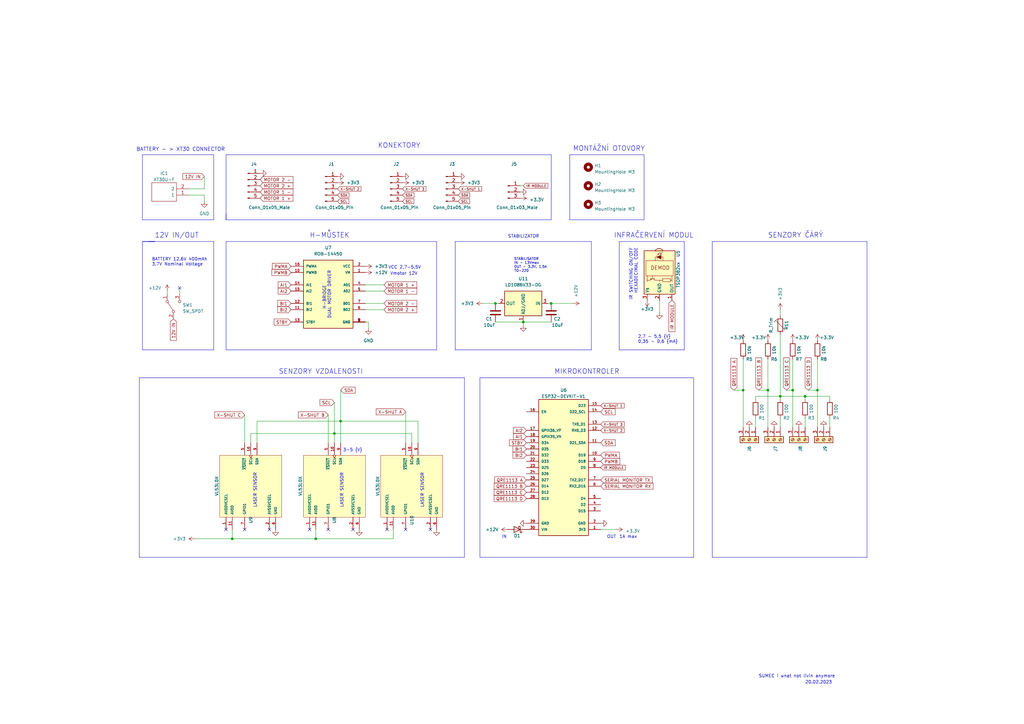
<source format=kicad_sch>
(kicad_sch (version 20230121) (generator eeschema)
  (paper "A3")
  (lib_symbols
    (symbol "+12V_1" (power) (pin_names (offset 0))
      (property "Value" "+12V_1" (at 0 3.556 0))
      (symbol "+12V_1_0_1"
        (polyline (pts (xy -0.762 1.27) (xy 0 2.54)))
        (polyline (pts (xy 0 0) (xy 0 2.54)))
        (polyline (pts (xy 0 2.54) (xy 0.762 1.27)))
      )
      (symbol "+12V_1_1_1"
        (pin power_in line (at 0 0 90) (length 0) hide (name "+12V") (number "1"))
      )
    )
    (symbol "+3V3_1" (power) (pin_names (offset 0))
      (property "Value" "+3V3_1" (at 0 3.556 0))
      (symbol "+3V3_1_0_1"
        (polyline (pts (xy -0.762 1.27) (xy 0 2.54)))
        (polyline (pts (xy 0 0) (xy 0 2.54)))
        (polyline (pts (xy 0 2.54) (xy 0.762 1.27)))
      )
      (symbol "+3V3_1_1_1"
        (pin power_in line (at 0 0 90) (length 0) hide (name "+3V3") (number "1"))
      )
    )
    (symbol "Connector:Conn_01x03_Male" (pin_names (offset 1.016) hide)
      (property "Reference" "J" (at 0 5.08 0))
      (property "Value" "Conn_01x03_Male" (at 0 -5.08 0))
      (symbol "Conn_01x03_Male_1_1"
        (polyline (pts (xy 1.27 -2.54) (xy 0.8636 -2.54)) (stroke (width 0.1524)))
        (polyline (pts (xy 1.27 0) (xy 0.8636 0)) (stroke (width 0.1524)))
        (polyline (pts (xy 1.27 2.54) (xy 0.8636 2.54)) (stroke (width 0.1524)))
        (rectangle (start 0.8636 -2.413) (end 0 -2.667) (stroke (width 0.1524)) (fill (type outline)))
        (rectangle (start 0.8636 0.127) (end 0 -0.127) (stroke (width 0.1524)) (fill (type outline)))
        (rectangle (start 0.8636 2.667) (end 0 2.413) (stroke (width 0.1524)) (fill (type outline)))
        (pin passive line (at 5.08 2.54 180) (length 3.81) (name "Pin_1") (number "1"))
        (pin passive line (at 5.08 0 180) (length 3.81) (name "Pin_2") (number "2"))
        (pin passive line (at 5.08 -2.54 180) (length 3.81) (name "Pin_3") (number "3"))
      )
    )
    (symbol "Connector:Conn_01x05_Male" (pin_names (offset 1.016) hide)
      (property "Reference" "J" (at 0 7.62 0))
      (property "Value" "Conn_01x05_Male" (at 0 -7.62 0))
      (symbol "Conn_01x05_Male_1_1"
        (polyline (pts (xy 1.27 -5.08) (xy 0.8636 -5.08)) (stroke (width 0.1524)))
        (polyline (pts (xy 1.27 -2.54) (xy 0.8636 -2.54)) (stroke (width 0.1524)))
        (polyline (pts (xy 1.27 0) (xy 0.8636 0)) (stroke (width 0.1524)))
        (polyline (pts (xy 1.27 2.54) (xy 0.8636 2.54)) (stroke (width 0.1524)))
        (polyline (pts (xy 1.27 5.08) (xy 0.8636 5.08)) (stroke (width 0.1524)))
        (rectangle (start 0.8636 -4.953) (end 0 -5.207) (stroke (width 0.1524)) (fill (type outline)))
        (rectangle (start 0.8636 -2.413) (end 0 -2.667) (stroke (width 0.1524)) (fill (type outline)))
        (rectangle (start 0.8636 0.127) (end 0 -0.127) (stroke (width 0.1524)) (fill (type outline)))
        (rectangle (start 0.8636 2.667) (end 0 2.413) (stroke (width 0.1524)) (fill (type outline)))
        (rectangle (start 0.8636 5.207) (end 0 4.953) (stroke (width 0.1524)) (fill (type outline)))
        (pin passive line (at 5.08 5.08 180) (length 3.81) (name "Pin_1") (number "1"))
        (pin passive line (at 5.08 2.54 180) (length 3.81) (name "Pin_2") (number "2"))
        (pin passive line (at 5.08 0 180) (length 3.81) (name "Pin_3") (number "3"))
        (pin passive line (at 5.08 -2.54 180) (length 3.81) (name "Pin_4") (number "4"))
        (pin passive line (at 5.08 -5.08 180) (length 3.81) (name "Pin_5") (number "5"))
      )
    )
    (symbol "Connector:Conn_01x05_Pin" (pin_names (offset 1.016) hide)
      (property "Reference" "J" (at 0 7.62 0))
      (property "Value" "Conn_01x05_Pin" (at 0 -7.62 0))
      (symbol "Conn_01x05_Pin_1_1"
        (polyline (pts (xy 1.27 -5.08) (xy 0.8636 -5.08)) (stroke (width 0.1524)))
        (polyline (pts (xy 1.27 -2.54) (xy 0.8636 -2.54)) (stroke (width 0.1524)))
        (polyline (pts (xy 1.27 0) (xy 0.8636 0)) (stroke (width 0.1524)))
        (polyline (pts (xy 1.27 2.54) (xy 0.8636 2.54)) (stroke (width 0.1524)))
        (polyline (pts (xy 1.27 5.08) (xy 0.8636 5.08)) (stroke (width 0.1524)))
        (rectangle (start 0.8636 -4.953) (end 0 -5.207) (stroke (width 0.1524)) (fill (type outline)))
        (rectangle (start 0.8636 -2.413) (end 0 -2.667) (stroke (width 0.1524)) (fill (type outline)))
        (rectangle (start 0.8636 0.127) (end 0 -0.127) (stroke (width 0.1524)) (fill (type outline)))
        (rectangle (start 0.8636 2.667) (end 0 2.413) (stroke (width 0.1524)) (fill (type outline)))
        (rectangle (start 0.8636 5.207) (end 0 4.953) (stroke (width 0.1524)) (fill (type outline)))
        (pin passive line (at 5.08 5.08 180) (length 3.81) (name "Pin_1") (number "1"))
        (pin passive line (at 5.08 2.54 180) (length 3.81) (name "Pin_2") (number "2"))
        (pin passive line (at 5.08 0 180) (length 3.81) (name "Pin_3") (number "3"))
        (pin passive line (at 5.08 -2.54 180) (length 3.81) (name "Pin_4") (number "4"))
        (pin passive line (at 5.08 -5.08 180) (length 3.81) (name "Pin_5") (number "5"))
      )
    )
    (symbol "Connector:Screw_Terminal_01x03" (pin_names (offset 1.016) hide)
      (property "Reference" "J" (at 0 5.08 0))
      (property "Value" "Screw_Terminal_01x03" (at 0 -5.08 0))
      (symbol "Screw_Terminal_01x03_1_1"
        (rectangle (start -1.27 3.81) (end 1.27 -3.81) (stroke (width 0.254)) (fill (type background)))
        (circle (center 0 -2.54) (radius 0.635) (stroke (width 0.1524)))
        (polyline (pts (xy -0.5334 -2.2098) (xy 0.3302 -3.048)) (stroke (width 0.1524)))
        (polyline (pts (xy -0.5334 0.3302) (xy 0.3302 -0.508)) (stroke (width 0.1524)))
        (polyline (pts (xy -0.5334 2.8702) (xy 0.3302 2.032)) (stroke (width 0.1524)))
        (polyline (pts (xy -0.3556 -2.032) (xy 0.508 -2.8702)) (stroke (width 0.1524)))
        (polyline (pts (xy -0.3556 0.508) (xy 0.508 -0.3302)) (stroke (width 0.1524)))
        (polyline (pts (xy -0.3556 3.048) (xy 0.508 2.2098)) (stroke (width 0.1524)))
        (circle (center 0 0) (radius 0.635) (stroke (width 0.1524)))
        (circle (center 0 2.54) (radius 0.635) (stroke (width 0.1524)))
        (pin passive line (at -5.08 2.54 0) (length 3.81) (name "Pin_1") (number "1"))
        (pin passive line (at -5.08 0 0) (length 3.81) (name "Pin_2") (number "2"))
        (pin passive line (at -5.08 -2.54 0) (length 3.81) (name "Pin_3") (number "3"))
      )
    )
    (symbol "Device:C" (pin_numbers hide) (pin_names (offset 0.254))
      (property "Reference" "C" (at 0.635 2.54 0))
      (property "Value" "C" (at 0.635 -2.54 0))
      (symbol "C_0_1"
        (polyline (pts (xy -2.032 -0.762) (xy 2.032 -0.762)) (stroke (width 0.508)))
        (polyline (pts (xy -2.032 0.762) (xy 2.032 0.762)) (stroke (width 0.508)))
      )
      (symbol "C_1_1"
        (pin passive line (at 0 3.81 270) (length 2.794) (name "~") (number "1"))
        (pin passive line (at 0 -3.81 90) (length 2.794) (name "~") (number "2"))
      )
    )
    (symbol "Device:D_Schottky" (pin_numbers hide) (pin_names (offset 1.016) hide)
      (property "Reference" "D" (at 0 2.54 0))
      (property "Value" "D_Schottky" (at 0 -2.54 0))
      (symbol "D_Schottky_0_1"
        (polyline (pts (xy 1.27 0) (xy -1.27 0)))
        (polyline (pts (xy 1.27 1.27) (xy 1.27 -1.27) (xy -1.27 0) (xy 1.27 1.27)) (stroke (width 0.254)))
        (polyline (pts (xy -1.905 0.635) (xy -1.905 1.27) (xy -1.27 1.27) (xy -1.27 -1.27) (xy -0.635 -1.27) (xy -0.635 -0.635)) (stroke (width 0.254)))
      )
      (symbol "D_Schottky_1_1"
        (pin passive line (at -3.81 0 0) (length 2.54) (name "K") (number "1"))
        (pin passive line (at 3.81 0 180) (length 2.54) (name "A") (number "2"))
      )
    )
    (symbol "Device:R" (pin_numbers hide) (pin_names (offset 0))
      (property "Reference" "R" (at 2.032 0 90))
      (property "Value" "R" (at 0 0 90))
      (symbol "R_0_1"
        (rectangle (start -1.016 -2.54) (end 1.016 2.54) (stroke (width 0.254)))
      )
      (symbol "R_1_1"
        (pin passive line (at 0 3.81 270) (length 1.27) (name "~") (number "1"))
        (pin passive line (at 0 -3.81 90) (length 1.27) (name "~") (number "2"))
      )
    )
    (symbol "Device:R_Trim" (pin_numbers hide) (pin_names (offset 0))
      (property "Reference" "R" (at 2.54 -2.54 90))
      (property "Value" "R_Trim" (at -2.54 -0.635 90))
      (symbol "R_Trim_0_1"
        (rectangle (start -1.016 -2.54) (end 1.016 2.54) (stroke (width 0.254)))
        (polyline (pts (xy -1.905 -1.905) (xy 1.905 1.905) (xy 2.54 1.27) (xy 1.27 2.54)))
      )
      (symbol "R_Trim_1_1"
        (pin passive line (at 0 3.81 270) (length 1.27) (name "~") (number "1"))
        (pin passive line (at 0 -3.81 90) (length 1.27) (name "~") (number "2"))
      )
    )
    (symbol "ESP32-DEVKIT-V1:ESP32-DEVKIT-V1" (pin_names (offset 1.016))
      (property "Reference" "U6" (at 0 31.75 0))
      (property "Value" "ESP32-DEVKIT-V1" (at 0 29.21 0))
      (symbol "ESP32-DEVKIT-V1_0_0"
        (rectangle (start -10.16 27.94) (end 10.16 -27.94) (stroke (width 0.254)) (fill (type background)))
        (pin output line (at 15.24 -25.4 180) (length 5.08) (name "3V3") (number "1"))
        (pin bidirectional line (at 15.24 5.08 180) (length 5.08) (name "D19") (number "10"))
        (pin bidirectional line (at 15.24 10.16 180) (length 5.08) (name "D21_SDA") (number "11"))
        (pin input line (at 15.24 15.24 180) (length 5.08) (name "RX0_D3") (number "12"))
        (pin output line (at 15.24 17.78 180) (length 5.08) (name "TX0_D1") (number "13"))
        (pin bidirectional line (at 15.24 22.86 180) (length 5.08) (name "D22_SCL") (number "14"))
        (pin bidirectional line (at 15.24 25.4 180) (length 5.08) (name "D23") (number "15"))
        (pin input line (at -15.24 22.86 0) (length 5.08) (name "EN") (number "16"))
        (pin bidirectional line (at -15.24 15.24 0) (length 5.08) (name "GPIX36_VP") (number "17"))
        (pin bidirectional line (at -15.24 12.7 0) (length 5.08) (name "GPIX39_VN") (number "18"))
        (pin bidirectional line (at -15.24 10.16 0) (length 5.08) (name "D34") (number "19"))
        (pin power_in line (at 15.24 -22.86 180) (length 5.08) (name "GND") (number "2"))
        (pin bidirectional line (at -15.24 7.62 0) (length 5.08) (name "D35") (number "20"))
        (pin bidirectional line (at -15.24 5.08 0) (length 5.08) (name "D32") (number "21"))
        (pin bidirectional line (at -15.24 2.54 0) (length 5.08) (name "D33") (number "22"))
        (pin bidirectional line (at -15.24 0 0) (length 5.08) (name "D25") (number "23"))
        (pin bidirectional line (at -15.24 -2.54 0) (length 5.08) (name "D26") (number "24"))
        (pin bidirectional line (at -15.24 -5.08 0) (length 5.08) (name "D27") (number "25"))
        (pin bidirectional line (at -15.24 -7.62 0) (length 5.08) (name "D14") (number "26"))
        (pin bidirectional line (at -15.24 -10.16 0) (length 5.08) (name "D12") (number "27"))
        (pin bidirectional line (at -15.24 -12.7 0) (length 5.08) (name "D13") (number "28"))
        (pin power_in line (at -15.24 -22.86 0) (length 5.08) (name "GND") (number "29"))
        (pin bidirectional line (at 15.24 -17.78 180) (length 5.08) (name "D15") (number "3"))
        (pin input line (at -15.24 -25.4 0) (length 5.08) (name "VIN") (number "30"))
        (pin bidirectional line (at 15.24 -15.24 180) (length 5.08) (name "D2") (number "4"))
        (pin bidirectional line (at 15.24 -12.7 180) (length 5.08) (name "D4") (number "5"))
        (pin input line (at 15.24 -7.62 180) (length 5.08) (name "RX2_D16") (number "6"))
        (pin output line (at 15.24 -5.08 180) (length 5.08) (name "TX2_D17") (number "7"))
        (pin bidirectional line (at 15.24 0 180) (length 5.08) (name "D5") (number "8"))
        (pin bidirectional line (at 15.24 2.54 180) (length 5.08) (name "D18") (number "9"))
      )
    )
    (symbol "GND_1" (power) (pin_names (offset 0))
      (property "Value" "GND_1" (at 0 -3.81 0))
      (symbol "GND_1_0_1"
        (polyline (pts (xy 0 0) (xy 0 -1.27) (xy 1.27 -1.27) (xy 0 -2.54) (xy -1.27 -1.27) (xy 0 -1.27)))
      )
      (symbol "GND_1_1_1"
        (pin power_in line (at 0 0 270) (length 0) hide (name "GND") (number "1"))
      )
    )
    (symbol "Interface_Optical:TSOP382xx"
      (property "Reference" "U5" (at -7.62 7.62 0))
      (property "Value" "TSOP382xx" (at 5.08 7.62 0))
      (symbol "TSOP382xx_0_0"
        (arc (start -10.287 1.397) (mid -11.0899 -0.1852) (end -10.287 -1.778) (stroke (width 0.254)) (fill (type background)))
        (polyline (pts (xy 1.905 -5.08) (xy 0.127 -5.08)))
        (polyline (pts (xy 1.905 5.08) (xy 0.127 5.08)))
        (text "DEMOD" (at -3.175 0.254 900) (effects (font (size 1.524 1.524))))
      )
      (symbol "TSOP382xx_0_1"
        (rectangle (start -6.096 5.588) (end 0.127 -5.588))
        (polyline (pts (xy -8.763 0.381) (xy -9.652 1.27)))
        (polyline (pts (xy -8.763 0.381) (xy -9.271 0.381)))
        (polyline (pts (xy -8.763 0.381) (xy -8.763 0.889)))
        (polyline (pts (xy -8.636 -0.635) (xy -9.525 0.254)))
        (polyline (pts (xy -8.636 -0.635) (xy -9.144 -0.635)))
        (polyline (pts (xy -8.636 -0.635) (xy -8.636 -0.127)))
        (polyline (pts (xy -8.382 -1.016) (xy -6.731 -1.016)))
        (polyline (pts (xy 1.27 -2.921) (xy 0.127 -2.921)))
        (polyline (pts (xy 1.27 -1.905) (xy 1.27 -3.81)))
        (polyline (pts (xy 1.397 -3.556) (xy 1.524 -3.556)))
        (polyline (pts (xy 1.651 -3.556) (xy 1.524 -3.556)))
        (polyline (pts (xy 1.651 -3.556) (xy 1.651 -3.302)))
        (polyline (pts (xy 1.905 0) (xy 1.905 1.27)))
        (polyline (pts (xy 1.905 4.445) (xy 1.905 5.08) (xy 2.54 5.08)))
        (polyline (pts (xy -8.382 0.635) (xy -6.731 0.635) (xy -7.62 -1.016) (xy -8.382 0.635)) (fill (type outline)))
        (polyline (pts (xy -6.096 1.397) (xy -7.62 1.397) (xy -7.62 -1.778) (xy -6.096 -1.778)))
        (polyline (pts (xy 1.27 -3.175) (xy 1.905 -3.81) (xy 1.905 -5.08) (xy 2.54 -5.08)))
        (polyline (pts (xy 1.27 -2.54) (xy 1.905 -1.905) (xy 1.905 0) (xy 2.54 0)))
        (rectangle (start 2.54 1.27) (end 1.27 4.445))
        (rectangle (start 7.62 6.35) (end -10.16 -6.35) (stroke (width 0.254)) (fill (type background)))
      )
      (symbol "TSOP382xx_1_1"
        (pin output line (at 10.16 5.08 180) (length 2.54) (name "OUT") (number "1"))
        (pin power_in line (at 10.16 0 180) (length 2.54) (name "GND") (number "2"))
        (pin power_in line (at 10.16 -5.08 180) (length 2.54) (name "Vs") (number "3"))
      )
    )
    (symbol "Mechanical:MountingHole" (pin_names (offset 1.016))
      (property "Reference" "H" (at 0 5.08 0))
      (property "Value" "MountingHole" (at 0 3.175 0))
      (symbol "MountingHole_0_1"
        (circle (center 0 0) (radius 1.27) (stroke (width 1.27)))
      )
    )
    (symbol "ROB-14450:ROB-14450" (pin_names (offset 1.016))
      (property "Reference" "U" (at -10.16 16.002 0))
      (property "Value" "ROB-14450" (at -10.16 -15.24 0))
      (symbol "ROB-14450_0_0"
        (rectangle (start -10.16 -12.7) (end 10.16 15.24) (stroke (width 0.254)) (fill (type background)))
        (pin power_in line (at 15.24 10.16 180) (length 5.08) (name "VM") (number "1"))
        (pin input line (at -15.24 10.16 0) (length 5.08) (name "PWMB") (number "10"))
        (pin input line (at -15.24 -5.08 0) (length 5.08) (name "BI2") (number "11"))
        (pin input line (at -15.24 -2.54 0) (length 5.08) (name "BI1") (number "12"))
        (pin input line (at -15.24 -10.16 0) (length 5.08) (name "STBY") (number "13"))
        (pin input line (at -15.24 5.08 0) (length 5.08) (name "AI1") (number "14"))
        (pin input line (at -15.24 2.54 0) (length 5.08) (name "AI2") (number "15"))
        (pin input line (at -15.24 12.7 0) (length 5.08) (name "PWMA") (number "16"))
        (pin power_in line (at 15.24 12.7 180) (length 5.08) (name "VCC") (number "2"))
        (pin power_in line (at 15.24 -10.16 180) (length 5.08) (name "GND") (number "3"))
        (pin output line (at 15.24 5.08 180) (length 5.08) (name "A01") (number "4"))
        (pin output line (at 15.24 2.54 180) (length 5.08) (name "A02") (number "5"))
        (pin output line (at 15.24 -5.08 180) (length 5.08) (name "B02") (number "6"))
        (pin output line (at 15.24 -2.54 180) (length 5.08) (name "B01") (number "7"))
        (pin power_in line (at 15.24 -10.16 180) (length 5.08) (name "GND") (number "8"))
        (pin power_in line (at 15.24 -10.16 180) (length 5.08) (name "GND") (number "9"))
      )
    )
    (symbol "Regulator_Linear:LD1086V33-DG"
      (property "Reference" "U" (at 0 10.16 0))
      (property "Value" "LD1086V33-DG" (at 0 7.62 0))
      (symbol "LD1086V33-DG_1_1"
        (rectangle (start -7.62 -5.08) (end 7.62 5.08) (stroke (width 0.254)) (fill (type background)))
        (pin input line (at 0 -7.62 90) (length 2.54) (name "ADJ/GND") (number "1"))
        (pin power_out line (at 10.16 0 180) (length 2.54) (name "OUT") (number "2"))
        (pin power_in line (at -10.16 0 0) (length 2.54) (name "IN") (number "3"))
      )
    )
    (symbol "SamacSys_Parts:XT30U-M" (pin_names (offset 0.762))
      (property "Reference" "IC" (at 16.51 7.62 0))
      (property "Value" "XT30U-M" (at 16.51 5.08 0))
      (symbol "XT30U-M_0_0"
        (pin passive line (at 0 0 0) (length 5.08) (name "1") (number "1"))
        (pin passive line (at 0 -2.54 0) (length 5.08) (name "2") (number "2"))
      )
      (symbol "XT30U-M_0_1"
        (polyline (pts (xy 5.08 2.54) (xy 15.24 2.54) (xy 15.24 -5.08) (xy 5.08 -5.08) (xy 5.08 2.54)) (stroke (width 0.1524)))
      )
    )
    (symbol "Switch:SW_SPDT" (pin_names (offset 0) hide)
      (property "Reference" "SW" (at 0 4.318 0))
      (property "Value" "SW_SPDT" (at 0 -5.08 0))
      (symbol "SW_SPDT_0_0"
        (circle (center -2.032 0) (radius 0.508))
        (circle (center 2.032 -2.54) (radius 0.508))
      )
      (symbol "SW_SPDT_0_1"
        (polyline (pts (xy -1.524 0.254) (xy 1.651 2.286)))
        (circle (center 2.032 2.54) (radius 0.508))
      )
      (symbol "SW_SPDT_1_1"
        (pin passive line (at 5.08 2.54 180) (length 2.54) (name "A") (number "1"))
        (pin passive line (at -5.08 0 0) (length 2.54) (name "B") (number "2"))
        (pin passive line (at 5.08 -2.54 180) (length 2.54) (name "C") (number "3"))
      )
    )
    (symbol "VL53L0X_1" (pin_names (offset 1.016))
      (property "Reference" "U10" (at 13.97 0 0))
      (property "Value" "VL53L0X" (at 16.51 0 0))
      (symbol "VL53L0X_1_0_0"
        (rectangle (start -12.7 12.7) (end 12.7 -12.7) (stroke (width 0.127)) (fill (type background)))
        (pin power_in line (at 17.78 10.16 180) (length 5.08) (name "AVDDVCSEL") (number "1"))
        (pin input clock (at -17.78 0 0) (length 5.08) (name "SCL") (number "10"))
        (pin power_in line (at 17.78 7.62 180) (length 5.08) (name "AVDD") (number "11"))
        (pin power_in line (at 17.78 -7.62 180) (length 5.08) (name "AVSSVCSEL") (number "2"))
        (pin input line (at -17.78 2.54 0) (length 5.08) (name "~{XSHUT}") (number "5"))
        (pin power_in line (at 17.78 -10.16 180) (length 5.08) (name "GND") (number "6"))
        (pin output line (at 17.78 2.54 180) (length 5.08) (name "GPIO1") (number "7"))
        (pin bidirectional line (at -17.78 -2.54 0) (length 5.08) (name "SDA") (number "9"))
      )
    )
    (symbol "power:+12V" (power) (pin_names (offset 0))
      (property "Value" "+12V" (at 0 3.556 0))
      (symbol "+12V_0_1"
        (polyline (pts (xy -0.762 1.27) (xy 0 2.54)))
        (polyline (pts (xy 0 0) (xy 0 2.54)))
        (polyline (pts (xy 0 2.54) (xy 0.762 1.27)))
      )
      (symbol "+12V_1_1"
        (pin power_in line (at 0 0 90) (length 0) hide (name "+12V") (number "1"))
      )
    )
    (symbol "power:+3.3V" (power) (pin_names (offset 0))
      (property "Value" "+3.3V" (at 0 3.556 0))
      (symbol "+3.3V_0_1"
        (polyline (pts (xy -0.762 1.27) (xy 0 2.54)))
        (polyline (pts (xy 0 0) (xy 0 2.54)))
        (polyline (pts (xy 0 2.54) (xy 0.762 1.27)))
      )
      (symbol "+3.3V_1_1"
        (pin power_in line (at 0 0 90) (length 0) hide (name "+3.3V") (number "1"))
      )
    )
    (symbol "power:+3V3" (power) (pin_names (offset 0))
      (property "Value" "+3V3" (at 0 3.556 0))
      (symbol "+3V3_0_1"
        (polyline (pts (xy -0.762 1.27) (xy 0 2.54)))
        (polyline (pts (xy 0 0) (xy 0 2.54)))
        (polyline (pts (xy 0 2.54) (xy 0.762 1.27)))
      )
      (symbol "+3V3_1_1"
        (pin power_in line (at 0 0 90) (length 0) hide (name "+3V3") (number "1"))
      )
    )
    (symbol "power:GND" (power) (pin_names (offset 0))
      (property "Value" "GND" (at 0 -3.81 0))
      (symbol "GND_0_1"
        (polyline (pts (xy 0 0) (xy 0 -1.27) (xy 1.27 -1.27) (xy 0 -2.54) (xy -1.27 -1.27) (xy 0 -1.27)))
      )
      (symbol "GND_1_1"
        (pin power_in line (at 0 0 270) (length 0) hide (name "GND") (number "1"))
      )
    )
  )
  (junction (at 304.8 160.02))
  (junction (at 214.63 132.08))
  (junction (at 139.7 172.72))
  (junction (at 137.16 177.8))
  (junction (at 203.2 124.46))
  (junction (at 226.06 124.46))
  (junction (at 320.04 162.56))
  (junction (at 330.2 162.56))
  (junction (at 335.28 160.02))
  (junction (at 129.54 220.98))
  (junction (at 95.25 220.98))
  (junction (at 325.12 160.02))
  (junction (at 314.96 160.02))
  (no_connect (at 92.71 217.17))
  (no_connect (at 100.33 217.17))
  (no_connect (at 110.49 217.17))
  (no_connect (at 144.78 217.17))
  (no_connect (at 134.62 217.17))
  (no_connect (at 127 217.17))
  (no_connect (at 176.53 217.17))
  (no_connect (at 166.37 217.17))
  (no_connect (at 73.66 118.11))
  (no_connect (at 158.75 217.17))
  (polyline (pts (xy 347.98 228.6) (xy 355.6 228.6)))
  (wire (pts (xy 330.2 162.56) (xy 340.36 162.56)))
  (wire (pts (xy 105.41 172.72) (xy 105.41 181.61)))
  (wire (pts (xy 83.82 72.39) (xy 83.82 77.47)))
  (polyline (pts (xy 92.71 63.5) (xy 226.06 63.5)))
  (polyline (pts (xy 196.85 154.94) (xy 284.48 154.94)))
  (wire (pts (xy 309.88 171.45) (xy 309.88 175.26)))
  (polyline (pts (xy 242.57 99.06) (xy 186.69 99.06)))
  (wire (pts (xy 252.73 217.17) (xy 246.38 217.17)))
  (polyline (pts (xy 60.96 99.06) (xy 87.63 99.06)))
  (wire (pts (xy 171.45 172.72) (xy 139.7 172.72)))
  (polyline (pts (xy 254 99.06) (xy 280.67 99.06)))
  (polyline (pts (xy 242.57 135.89) (xy 242.57 143.51)))
  (polyline (pts (xy 346.71 228.6) (xy 347.98 228.6)))
  (wire (pts (xy 198.12 124.46) (xy 203.2 124.46)))
  (wire (pts (xy 226.06 124.46) (xy 234.95 124.46)))
  (wire (pts (xy 102.87 177.8) (xy 102.87 181.61)))
  (polyline (pts (xy 233.68 63.5) (xy 264.16 63.5)))
  (polyline (pts (xy 92.71 87.63) (xy 92.71 90.17)))
  (polyline (pts (xy 280.67 143.51) (xy 254 143.51)))
  (wire (pts (xy 157.48 124.46) (xy 149.86 124.46)))
  (polyline (pts (xy 58.42 143.51) (xy 58.42 99.06)))
  (polyline (pts (xy 292.1 99.06) (xy 355.6 99.06)))
  (wire (pts (xy 161.29 217.17) (xy 161.29 220.98)))
  (wire (pts (xy 166.37 168.91) (xy 166.37 181.61)))
  (wire (pts (xy 320.04 137.16) (xy 320.04 162.56)))
  (wire (pts (xy 335.28 147.32) (xy 335.28 160.02)))
  (wire (pts (xy 68.58 119.38) (xy 68.58 120.65)))
  (polyline (pts (xy 58.42 63.5) (xy 87.63 63.5)))
  (wire (pts (xy 134.62 170.18) (xy 134.62 181.61)))
  (wire (pts (xy 322.58 160.02) (xy 325.12 160.02)))
  (wire (pts (xy 139.7 172.72) (xy 105.41 172.72)))
  (polyline (pts (xy 57.15 154.94) (xy 190.5 154.94)))
  (wire (pts (xy 168.91 177.8) (xy 137.16 177.8)))
  (polyline (pts (xy 87.63 90.17) (xy 87.63 63.5)))
  (wire (pts (xy 325.12 147.32) (xy 325.12 160.02)))
  (wire (pts (xy 157.48 127) (xy 149.86 127)))
  (polyline (pts (xy 186.69 143.51) (xy 242.57 143.51)))
  (polyline (pts (xy 186.69 99.06) (xy 186.69 143.51)))
  (wire (pts (xy 129.54 220.98) (xy 161.29 220.98)))
  (polyline (pts (xy 179.07 99.06) (xy 179.07 143.51)))
  (polyline (pts (xy 355.6 99.06) (xy 355.6 228.6)))
  (wire (pts (xy 100.33 170.18) (xy 100.33 181.61)))
  (wire (pts (xy 137.16 177.8) (xy 102.87 177.8)))
  (polyline (pts (xy 233.68 90.17) (xy 233.68 63.5)))
  (polyline (pts (xy 284.48 228.6) (xy 196.85 228.6)))
  (wire (pts (xy 304.8 160.02) (xy 304.8 175.26)))
  (wire (pts (xy 83.82 80.01) (xy 83.82 82.55)))
  (wire (pts (xy 151.13 132.08) (xy 149.86 132.08)))
  (polyline (pts (xy 57.15 228.6) (xy 190.5 228.6)))
  (wire (pts (xy 335.28 160.02) (xy 335.28 175.26)))
  (wire (pts (xy 270.51 123.19) (xy 270.51 128.27)))
  (polyline (pts (xy 87.63 99.06) (xy 87.63 143.51)))
  (wire (pts (xy 300.99 160.02) (xy 304.8 160.02)))
  (polyline (pts (xy 179.07 99.06) (xy 92.71 99.06)))
  (polyline (pts (xy 242.57 135.89) (xy 242.57 99.06)))
  (polyline (pts (xy 58.42 63.5) (xy 58.42 90.17)))
  (wire (pts (xy 80.01 220.98) (xy 95.25 220.98)))
  (wire (pts (xy 77.47 80.01) (xy 83.82 80.01)))
  (polyline (pts (xy 57.15 228.6) (xy 57.15 154.94)))
  (wire (pts (xy 320.04 162.56) (xy 330.2 162.56)))
  (wire (pts (xy 137.16 181.61) (xy 137.16 177.8)))
  (wire (pts (xy 309.88 162.56) (xy 309.88 163.83)))
  (wire (pts (xy 304.8 147.32) (xy 304.8 160.02)))
  (polyline (pts (xy 233.68 90.17) (xy 264.16 90.17)))
  (wire (pts (xy 137.16 165.1) (xy 137.16 177.8)))
  (polyline (pts (xy 190.5 154.94) (xy 190.5 228.6)))
  (polyline (pts (xy 63.5 99.06) (xy 58.42 99.06)))
  (polyline (pts (xy 284.48 154.94) (xy 284.48 228.6)))
  (polyline (pts (xy 280.67 99.06) (xy 280.67 143.51)))
  (wire (pts (xy 311.15 160.02) (xy 314.96 160.02)))
  (wire (pts (xy 340.36 171.45) (xy 340.36 175.26)))
  (polyline (pts (xy 346.71 228.6) (xy 292.1 228.6)))
  (polyline (pts (xy 58.42 90.17) (xy 87.63 90.17)))
  (polyline (pts (xy 264.16 63.5) (xy 264.16 90.17)))
  (polyline (pts (xy 87.63 143.51) (xy 58.42 143.51)))
  (polyline (pts (xy 226.06 90.17) (xy 92.71 90.17)))
  (wire (pts (xy 95.25 220.98) (xy 129.54 220.98)))
  (wire (pts (xy 325.12 160.02) (xy 325.12 175.26)))
  (polyline (pts (xy 92.71 90.17) (xy 92.71 63.5)))
  (wire (pts (xy 330.2 171.45) (xy 330.2 175.26)))
  (wire (pts (xy 314.96 160.02) (xy 314.96 175.26)))
  (wire (pts (xy 320.04 127) (xy 320.04 129.54)))
  (wire (pts (xy 157.48 116.84) (xy 149.86 116.84)))
  (polyline (pts (xy 254 143.51) (xy 254 99.06)))
  (wire (pts (xy 168.91 181.61) (xy 168.91 177.8)))
  (wire (pts (xy 340.36 162.56) (xy 340.36 163.83)))
  (wire (pts (xy 320.04 171.45) (xy 320.04 175.26)))
  (polyline (pts (xy 226.06 63.5) (xy 226.06 90.17)))
  (polyline (pts (xy 196.85 154.94) (xy 196.85 228.6)))
  (wire (pts (xy 226.06 132.08) (xy 214.63 132.08)))
  (wire (pts (xy 214.63 133.35) (xy 214.63 132.08)))
  (polyline (pts (xy 292.1 228.6) (xy 292.1 99.06)))
  (wire (pts (xy 151.13 134.62) (xy 151.13 132.08)))
  (wire (pts (xy 214.63 76.2) (xy 213.36 76.2)))
  (wire (pts (xy 320.04 163.83) (xy 320.04 162.56)))
  (wire (pts (xy 139.7 160.02) (xy 139.7 172.72)))
  (wire (pts (xy 314.96 147.32) (xy 314.96 160.02)))
  (wire (pts (xy 77.47 77.47) (xy 83.82 77.47)))
  (wire (pts (xy 139.7 181.61) (xy 139.7 172.72)))
  (polyline (pts (xy 92.71 143.51) (xy 92.71 99.06)))
  (polyline (pts (xy 179.07 143.51) (xy 92.71 143.51)))
  (polyline (pts (xy 58.42 99.06) (xy 63.5 99.06)))
  (wire (pts (xy 320.04 162.56) (xy 309.88 162.56)))
  (wire (pts (xy 214.63 132.08) (xy 203.2 132.08)))
  (wire (pts (xy 330.2 163.83) (xy 330.2 162.56)))
  (wire (pts (xy 203.2 124.46) (xy 204.47 124.46)))
  (wire (pts (xy 171.45 181.61) (xy 171.45 172.72)))
  (wire (pts (xy 95.25 217.17) (xy 95.25 220.98)))
  (wire (pts (xy 73.66 118.11) (xy 73.66 120.65)))
  (wire (pts (xy 129.54 217.17) (xy 129.54 220.98)))
  (wire (pts (xy 224.79 124.46) (xy 226.06 124.46)))
  (wire (pts (xy 157.48 119.38) (xy 149.86 119.38)))
  (wire (pts (xy 331.47 160.02) (xy 335.28 160.02)))
  (text "3-5 {V}" (at 148.59 185.42 0) (effects (font (size 1.27 1.27)) (justify right bottom)))
  (text "H-MŮSTEK" (at 127 97.79 0) (effects (font (size 2 2)) (justify left bottom)))
  (text "LASER SENSOR" (at 140.97 208.28 90) (effects (font (size 1.27 1.27)) (justify left bottom)))
  (text "STABILISATOR\nIN - 13Vmax\nOUT - 3.3V, 1,5A\nTO-220" (at 210.82 111.76 0) (effects (font (size 1 1)) (justify left bottom)))
  (text "Vmotor 12V" (at 160.02 113.03 0) (effects (font (size 1.27 1.27)) (justify left bottom)))
  (text "SUMEC i wnat not livin anymore" (at 311.15 278.13 0) (effects (font (size 1.27 1.27)) (justify left bottom)))
  (text "STABILIZATOR\n" (at 208.28 97.79 0) (effects (font (size 1.27 1.27)) (justify left bottom)))
  (text "SENZORY ČÁRÝ\n" (at 314.96 97.79 0) (effects (font (size 2 2)) (justify left bottom)))
  (text "LASER SENSOR" (at 173.99 208.28 90) (effects (font (size 1.27 1.27)) (justify left bottom)))
  (text "VCC 2,7-5,5V" (at 172.72 110.49 0) (effects (font (size 1.27 1.27)) (justify right bottom)))
  (text "OUT" (at 248.92 220.98 0) (effects (font (size 1.27 1.27)) (justify left bottom)))
  (text "MIKROKONTROLER" (at 227.33 153.67 0) (effects (font (size 2 2)) (justify left bottom)))
  (text "1A max\n" (at 254 220.98 0) (effects (font (size 1.27 1.27)) (justify left bottom)))
  (text "LASER SENSOR" (at 105.41 208.28 90) (effects (font (size 1.27 1.27)) (justify left bottom)))
  (text "MONTÁŽNÍ OTOVORY" (at 234.95 62.23 0) (effects (font (size 2 2)) (justify left bottom)))
  (text "BATTERY - > XT30 CONNECTOR" (at 55.88 62.23 0) (effects (font (size 1.5 1.5)) (justify left bottom)))
  (text "SENZORY VZDALENOSTI" (at 114.3 153.67 0) (effects (font (size 2 2)) (justify left bottom)))
  (text "IN" (at 205.74 220.98 0) (effects (font (size 1.27 1.27)) (justify left bottom)))
  (text "20.02.2023" (at 330.2 280.67 0) (effects (font (size 1.27 1.27)) (justify left bottom)))
  (text "2,7 - 5,5 {V}\n0,35 - 0,6 {mA}" (at 261.62 140.97 0) (effects (font (size 1.27 1.27)) (justify left bottom)))
  (text "INFRAČERVENÍ MODUL" (at 284.48 97.79 0) (effects (font (size 2 2)) (justify right bottom)))
  (text "IR SWITCHING ON/OFF\nHEXADECIMAL CODE" (at 261.62 101.6 90) (effects (font (size 1.27 1.27)) (justify right bottom)))
  (text "KONEKTORY" (at 154.94 60.96 0) (effects (font (size 2 2)) (justify left bottom)))
  (text "BATTERY 12.6V 400mAh\n3.7V Nominal Voltage" (at 62.23 109.22 0) (effects (font (size 1.27 1.27)) (justify left bottom)))
  (text "12V IN/OUT" (at 63.5 97.79 0) (effects (font (size 2 2)) (justify left bottom)))
  (text "    H-BRIDGE\nDUAL MOTOR DRIVER" (at 135.89 130.81 90) (effects (font (size 1.27 1.27)) (justify left bottom)))
  (global_label "X-SHUT 3" (shape input) (at 246.38 173.99 0) (effects (font (size 1 1))) (property "Intersheetrefs" "${INTERSHEET_REFS}" (effects hide)))
  (global_label "X-SHUT 1" (shape input) (at 246.38 166.37 0) (effects (font (size 1 1))) (property "Intersheetrefs" "${INTERSHEET_REFS}" (effects hide)))
  (global_label "SERIAL MONITOR RX" (shape input) (at 246.38 199.39 0) (property "Intersheetrefs" "${INTERSHEET_REFS}" (effects hide)))
  (global_label "IR MODULE" (shape input) (at 214.63 76.2 0) (effects (font (size 1 1))) (property "Intersheetrefs" "${INTERSHEET_REFS}" (effects hide)))
  (global_label "SCL" (shape input) (at 138.43 82.55 0) (effects (font (size 1 1))) (property "Intersheetrefs" "${INTERSHEET_REFS}" (effects hide)))
  (global_label "SCL" (shape input) (at 187.96 82.55 0) (effects (font (size 1 1))) (property "Intersheetrefs" "${INTERSHEET_REFS}" (effects hide)))
  (global_label "IR MODULE" (shape input) (at 246.38 191.77 0) (effects (font (size 1 1))) (property "Intersheetrefs" "${INTERSHEET_REFS}" (effects hide)))
  (global_label "X-SHUT 2" (shape input) (at 138.43 77.47 0) (effects (font (size 1 1))) (property "Intersheetrefs" "${INTERSHEET_REFS}" (effects hide)))
  (global_label "SCL" (shape input) (at 137.16 165.1 180) (property "Intersheetrefs" "${INTERSHEET_REFS}" (effects hide)))
  (global_label "PWMB" (shape input) (at 119.38 111.76 180) (property "Intersheetrefs" "${INTERSHEET_REFS}" (effects hide)))
  (global_label "AI2" (shape input) (at 215.9 176.53 180) (property "Intersheetrefs" "${INTERSHEET_REFS}" (effects hide)))
  (global_label "X-SHUT B" (shape input) (at 134.62 170.18 180) (property "Intersheetrefs" "${INTERSHEET_REFS}" (effects hide)))
  (global_label "STBY" (shape input) (at 119.38 132.08 180) (property "Intersheetrefs" "${INTERSHEET_REFS}" (effects hide)))
  (global_label "QRE1113 D" (shape input) (at 215.9 204.47 180) (property "Intersheetrefs" "${INTERSHEET_REFS}" (effects hide)))
  (global_label "MOTOR 2 +" (shape input) (at 106.68 76.2 0) (property "Intersheetrefs" "${INTERSHEET_REFS}" (effects hide)))
  (global_label "12V IN" (shape input) (at 71.12 130.81 270) (property "Intersheetrefs" "${INTERSHEET_REFS}" (effects hide)))
  (global_label "SCL" (shape input) (at 246.38 168.91 0) (property "Intersheetrefs" "${INTERSHEET_REFS}" (effects hide)))
  (global_label "PWMB" (shape input) (at 246.38 189.23 0) (property "Intersheetrefs" "${INTERSHEET_REFS}" (effects hide)))
  (global_label "MOTOR 2 -" (shape input) (at 157.48 124.46 0) (property "Intersheetrefs" "${INTERSHEET_REFS}" (effects hide)))
  (global_label "X-SHUT 3" (shape input) (at 165.1 77.47 0) (effects (font (size 1 1))) (property "Intersheetrefs" "${INTERSHEET_REFS}" (effects hide)))
  (global_label "SERIAL MONITOR TX" (shape input) (at 246.38 196.85 0) (property "Intersheetrefs" "${INTERSHEET_REFS}" (effects hide)))
  (global_label "BI1" (shape input) (at 215.9 184.15 180) (property "Intersheetrefs" "${INTERSHEET_REFS}" (effects hide)))
  (global_label "X-SHUT A" (shape input) (at 166.37 168.91 180) (property "Intersheetrefs" "${INTERSHEET_REFS}" (effects hide)))
  (global_label "SCL" (shape input) (at 165.1 82.55 0) (effects (font (size 1 1))) (property "Intersheetrefs" "${INTERSHEET_REFS}" (effects hide)))
  (global_label "MOTOR 1 -" (shape input) (at 106.68 78.74 0) (property "Intersheetrefs" "${INTERSHEET_REFS}" (effects hide)))
  (global_label "X-SHUT 1" (shape input) (at 187.96 77.47 0) (effects (font (size 1 1))) (property "Intersheetrefs" "${INTERSHEET_REFS}" (effects hide)))
  (global_label "QRE1113 A" (shape input) (at 300.99 160.02 90) (property "Intersheetrefs" "${INTERSHEET_REFS}" (effects hide)))
  (global_label "QRE1113 D" (shape input) (at 331.47 160.02 90) (property "Intersheetrefs" "${INTERSHEET_REFS}" (effects hide)))
  (global_label "QRE1113 C" (shape input) (at 322.58 160.02 90) (property "Intersheetrefs" "${INTERSHEET_REFS}" (effects hide)))
  (global_label "X-SHUT C" (shape input) (at 100.33 170.18 180) (property "Intersheetrefs" "${INTERSHEET_REFS}" (effects hide)))
  (global_label "MOTOR 2 -" (shape input) (at 106.68 73.66 0) (property "Intersheetrefs" "${INTERSHEET_REFS}" (effects hide)))
  (global_label "QRE1113 C" (shape input) (at 215.9 201.93 180) (property "Intersheetrefs" "${INTERSHEET_REFS}" (effects hide)))
  (global_label "QRE1113 A" (shape input) (at 215.9 196.85 180) (property "Intersheetrefs" "${INTERSHEET_REFS}" (effects hide)))
  (global_label "QRE1113 B" (shape input) (at 215.9 199.39 180) (property "Intersheetrefs" "${INTERSHEET_REFS}" (effects hide)))
  (global_label "AI1" (shape input) (at 215.9 179.07 180) (property "Intersheetrefs" "${INTERSHEET_REFS}" (effects hide)))
  (global_label "SDA" (shape input) (at 139.7 160.02 0) (property "Intersheetrefs" "${INTERSHEET_REFS}" (effects hide)))
  (global_label "MOTOR 2 +" (shape input) (at 157.48 127 0) (property "Intersheetrefs" "${INTERSHEET_REFS}" (effects hide)))
  (global_label "SDA" (shape input) (at 187.96 80.01 0) (effects (font (size 1 1))) (property "Intersheetrefs" "${INTERSHEET_REFS}" (effects hide)))
  (global_label "SDA" (shape input) (at 246.38 181.61 0) (property "Intersheetrefs" "${INTERSHEET_REFS}" (effects hide)))
  (global_label "12V IN" (shape input) (at 83.82 72.39 180) (property "Intersheetrefs" "${INTERSHEET_REFS}" (effects hide)))
  (global_label "X-SHUT 2" (shape input) (at 246.38 176.53 0) (effects (font (size 1 1))) (property "Intersheetrefs" "${INTERSHEET_REFS}" (effects hide)))
  (global_label "STBY" (shape input) (at 215.9 181.61 180) (property "Intersheetrefs" "${INTERSHEET_REFS}" (effects hide)))
  (global_label "SDA" (shape input) (at 138.43 80.01 0) (effects (font (size 1 1))) (property "Intersheetrefs" "${INTERSHEET_REFS}" (effects hide)))
  (global_label "IR MODULE" (shape input) (at 275.59 123.19 270) (property "Intersheetrefs" "${INTERSHEET_REFS}" (effects hide)))
  (global_label "AI1" (shape input) (at 119.38 116.84 180) (property "Intersheetrefs" "${INTERSHEET_REFS}" (effects hide)))
  (global_label "BI1" (shape input) (at 119.38 124.46 180) (property "Intersheetrefs" "${INTERSHEET_REFS}" (effects hide)))
  (global_label "SDA" (shape input) (at 165.1 80.01 0) (effects (font (size 1 1))) (property "Intersheetrefs" "${INTERSHEET_REFS}" (effects hide)))
  (global_label "PWMA" (shape input) (at 246.38 186.69 0) (property "Intersheetrefs" "${INTERSHEET_REFS}" (effects hide)))
  (global_label "MOTOR 1 +" (shape input) (at 106.68 81.28 0) (property "Intersheetrefs" "${INTERSHEET_REFS}" (effects hide)))
  (global_label "QRE1113 B" (shape input) (at 311.15 160.02 90) (property "Intersheetrefs" "${INTERSHEET_REFS}" (effects hide)))
  (global_label "MOTOR 1 +" (shape input) (at 157.48 116.84 0) (property "Intersheetrefs" "${INTERSHEET_REFS}" (effects hide)))
  (global_label "MOTOR 1 -" (shape input) (at 157.48 119.38 0) (property "Intersheetrefs" "${INTERSHEET_REFS}" (effects hide)))
  (global_label "PWMA" (shape input) (at 119.38 109.22 180) (property "Intersheetrefs" "${INTERSHEET_REFS}" (effects hide)))
  (global_label "BI2" (shape input) (at 215.9 186.69 180) (property "Intersheetrefs" "${INTERSHEET_REFS}" (effects hide)))
  (global_label "AI2" (shape input) (at 119.38 119.38 180) (property "Intersheetrefs" "${INTERSHEET_REFS}" (effects hide)))
  (global_label "BI2" (shape input) (at 119.38 127 180) (property "Intersheetrefs" "${INTERSHEET_REFS}" (effects hide)))
  (symbol (lib_id "power:GND") (at 147.32 217.17 0) (unit 1)
    (property "Reference" "#PWR0116" (effects hide))
    (property "Value" "GND" (effects hide))
  )
  (symbol (lib_id "Connector:Conn_01x05_Pin") (at 160.02 77.47 0) (unit 1)
    (property "Reference" "J2" (at 162.56 67.31 0))
    (property "Value" "Conn_01x05_Pin" (at 163.83 85.09 0))
    (property "Footprint" "Connector_PinSocket_2.54mm:PinSocket_1x05_P2.54mm_Vertical" (effects hide))
  )
  (symbol (lib_id "power:GND") (at 213.36 78.74 90) (unit 1)
    (property "Reference" "#PWR011" (effects hide))
    (property "Value" "GND" (effects hide))
  )
  (symbol (lib_id "Device:R") (at 340.36 167.64 180) (unit 1)
    (property "Reference" "R4" (at 342.9 171.45 0))
    (property "Value" "100" (at 342.9 167.64 90))
    (property "Footprint" "Resistor_THT:R_Axial_DIN0207_L6.3mm_D2.5mm_P10.16mm_Horizontal" (effects hide))
  )
  (symbol (lib_id "power:GND") (at 165.1 72.39 90) (unit 1)
    (property "Reference" "#PWR05" (effects hide))
    (property "Value" "GND" (effects hide))
  )
  (symbol (lib_name "GND_1") (lib_id "power:GND") (at 317.5 175.26 180) (unit 1)
    (property "Reference" "#PWR022" (effects hide))
    (property "Value" "GND" (effects hide))
  )
  (symbol (lib_id "Mechanical:MountingHole") (at 241.3 76.2 0) (unit 1)
    (property "Reference" "H2" (at 243.84 75.565 0) (effects (justify left)))
    (property "Value" "MountingHole M3" (at 243.84 78.105 0) (effects (justify left)))
    (property "Footprint" "MountingHole:MountingHole_3.2mm_M3" (effects hide))
  )
  (symbol (lib_name "VL53L0X_1") (lib_id "VL53L0X:VL53L0X") (at 137.16 199.39 90) (mirror x) (unit 1)
    (property "Reference" "U8" (at 137.16 213.36 0))
    (property "Value" "VL53L0X" (at 123.19 199.39 0))
    (property "Footprint" "SENSOR_VL53L0X" (effects hide))
    (property "PART_REV" "1.0" (effects hide))
    (property "STANDARD" "Manufacturer Recommendation" (effects hide))
    (property "MANUFACTURER" "ST Microelectronics" (effects hide))
  )
  (symbol (lib_id "power:GND") (at 113.03 217.17 0) (unit 1)
    (property "Reference" "#PWR0117" (effects hide))
    (property "Value" "GND" (effects hide))
  )
  (symbol (lib_name "GND_1") (lib_id "power:GND") (at 215.9 214.63 270) (unit 1)
    (property "Reference" "#PWR012" (effects hide))
    (property "Value" "GND" (effects hide))
  )
  (symbol (lib_name "+3V3_1") (lib_id "power:+3V3") (at 165.1 74.93 270) (unit 1)
    (property "Reference" "#PWR06" (effects hide))
    (property "Value" "+3V3" (at 171.45 74.93 90))
  )
  (symbol (lib_id "Connector:Conn_01x05_Pin") (at 182.88 77.47 0) (unit 1)
    (property "Reference" "J3" (at 185.42 67.31 0))
    (property "Value" "Conn_01x05_Pin" (at 185.42 85.09 0))
    (property "Footprint" "Connector_PinSocket_2.54mm:PinSocket_1x05_P2.54mm_Vertical" (effects hide))
  )
  (symbol (lib_name "GND_1") (lib_id "power:GND") (at 307.34 175.26 180) (unit 1)
    (property "Reference" "#PWR021" (effects hide))
    (property "Value" "GND" (effects hide))
  )
  (symbol (lib_id "Device:C") (at 226.06 128.27 0) (mirror y) (unit 1)
    (property "Reference" "C2" (at 229.87 130.81 0) (effects (justify left)))
    (property "Value" "10uF" (at 231.14 133.35 0) (effects (justify left)))
    (property "Footprint" "Capacitor_THT:CP_Radial_D4.0mm_P2.00mm" (effects hide))
  )
  (symbol (lib_id "power:GND") (at 187.96 72.39 90) (unit 1)
    (property "Reference" "#PWR07" (effects hide))
    (property "Value" "GND" (effects hide))
  )
  (symbol (lib_id "power:+12V") (at 234.95 124.46 270) (unit 1)
    (property "Reference" "#PWR017" (effects hide))
    (property "Value" "+12V" (at 236.22 119.38 0))
    (property "Footprint" "Battery:BatteryHolder_Bulgin_BX0036_1xC" (effects hide))
  )
  (symbol (lib_id "Device:R") (at 325.12 143.51 180) (unit 1)
    (property "Reference" "R7" (at 327.66 147.32 0))
    (property "Value" "10k" (at 327.66 143.51 90))
    (property "Footprint" "Resistor_THT:R_Axial_DIN0207_L6.3mm_D2.5mm_P10.16mm_Horizontal" (effects hide))
  )
  (symbol (lib_id "Connector:Screw_Terminal_01x03") (at 327.66 180.34 270) (unit 1)
    (property "Reference" "J8" (at 328.295 182.88 0) (effects (justify left)))
    (property "Value" "Screw_Terminal_01x03" (effects hide))
    (property "Footprint" "TerminalBlock:TerminalBlock_bornier-3_P5.08mm" (effects hide))
  )
  (symbol (lib_id "Device:R") (at 304.8 143.51 180) (unit 1)
    (property "Reference" "R5" (at 307.34 147.32 0))
    (property "Value" "10k" (at 307.34 143.51 90))
    (property "Footprint" "Resistor_THT:R_Axial_DIN0207_L6.3mm_D2.5mm_P10.16mm_Horizontal" (effects hide))
  )
  (symbol (lib_id "Interface_Optical:TSOP382xx") (at 270.51 113.03 270) (unit 1)
    (property "Reference" "U5" (at 278.13 105.41 0) (effects (justify right)))
    (property "Value" "TSOP382xx" (at 278.13 118.11 0) (effects (justify right)))
    (property "Footprint" "OptoDevice:Vishay_MINICAST-3Pin" (effects hide))
    (property "Datasheet" "http://www.vishay.com/docs/82491/tsop382.pdf" (effects hide))
  )
  (symbol (lib_id "power:GND") (at 179.07 217.17 0) (unit 1)
    (property "Reference" "#PWR0113" (effects hide))
    (property "Value" "GND" (effects hide))
  )
  (symbol (lib_id "Connector:Screw_Terminal_01x03") (at 307.34 180.34 270) (unit 1)
    (property "Reference" "J6" (at 307.34 182.88 0) (effects (justify left)))
    (property "Value" "Screw_Terminal_01x03" (effects hide))
    (property "Footprint" "TerminalBlock:TerminalBlock_bornier-3_P5.08mm" (effects hide))
  )
  (symbol (lib_name "GND_1") (lib_id "power:GND") (at 327.66 175.26 180) (unit 1)
    (property "Reference" "#PWR023" (effects hide))
    (property "Value" "GND" (effects hide))
  )
  (symbol (lib_id "power:GND") (at 138.43 72.39 90) (unit 1)
    (property "Reference" "#PWR04" (effects hide))
    (property "Value" "GND" (effects hide))
  )
  (symbol (lib_id "Connector:Conn_01x05_Pin") (at 133.35 77.47 0) (unit 1)
    (property "Reference" "J1" (at 135.89 67.31 0))
    (property "Value" "Conn_01x05_Pin" (at 137.16 85.09 0))
    (property "Footprint" "Connector_PinSocket_2.54mm:PinSocket_1x05_P2.54mm_Vertical" (effects hide))
  )
  (symbol (lib_name "+12V_1") (lib_id "power:+12V") (at 208.28 217.17 90) (unit 1)
    (property "Reference" "#PWR01" (effects hide))
    (property "Value" "+12V" (at 204.47 217.17 90) (effects (justify left)))
  )
  (symbol (lib_id "power:+3.3V") (at 213.36 81.28 270) (unit 1)
    (property "Reference" "#PWR014" (effects hide))
    (property "Value" "+3.3V" (at 217.17 81.915 90) (effects (justify left)))
  )
  (symbol (lib_id "Device:R") (at 320.04 167.64 180) (unit 1)
    (property "Reference" "R2" (at 322.58 171.45 0))
    (property "Value" "100" (at 322.58 167.64 90))
    (property "Footprint" "Resistor_THT:R_Axial_DIN0207_L6.3mm_D2.5mm_P10.16mm_Horizontal" (effects hide))
  )
  (symbol (lib_id "power:+3.3V") (at 252.73 217.17 270) (unit 1)
    (property "Reference" "#PWR026" (effects hide))
    (property "Value" "+3.3V" (at 256.54 217.805 90) (effects (justify left)))
  )
  (symbol (lib_name "+3V3_1") (lib_id "power:+3V3") (at 187.96 74.93 270) (unit 1)
    (property "Reference" "#PWR08" (effects hide))
    (property "Value" "+3V3" (at 194.31 74.93 90))
  )
  (symbol (lib_id "Connector:Screw_Terminal_01x03") (at 337.82 180.34 270) (unit 1)
    (property "Reference" "J9" (at 338.455 182.88 0) (effects (justify left)))
    (property "Value" "Screw_Terminal_01x03" (effects hide))
    (property "Footprint" "TerminalBlock:TerminalBlock_bornier-3_P5.08mm" (effects hide))
  )
  (symbol (lib_name "VL53L0X_1") (lib_id "VL53L0X:VL53L0X") (at 168.91 199.39 90) (mirror x) (unit 1)
    (property "Reference" "U10" (at 168.91 213.36 0))
    (property "Value" "VL53L0X" (at 154.94 199.39 0))
    (property "Footprint" "SENSOR_VL53L0X" (effects hide))
    (property "PART_REV" "1.0" (effects hide))
    (property "STANDARD" "Manufacturer Recommendation" (effects hide))
    (property "MANUFACTURER" "ST Microelectronics" (effects hide))
  )
  (symbol (lib_id "power:GND") (at 214.63 133.35 0) (mirror y) (unit 1)
    (property "Reference" "#PWR016" (effects hide))
    (property "Value" "GND" (effects hide))
  )
  (symbol (lib_id "Device:R") (at 314.96 143.51 180) (unit 1)
    (property "Reference" "R6" (at 317.5 147.32 0))
    (property "Value" "10k" (at 317.5 143.51 90))
    (property "Footprint" "Resistor_THT:R_Axial_DIN0207_L6.3mm_D2.5mm_P10.16mm_Horizontal" (effects hide))
  )
  (symbol (lib_id "power:+3V3") (at 198.12 124.46 90) (unit 1)
    (property "Reference" "#PWR015" (effects hide))
    (property "Value" "+3V3" (at 194.31 124.46 90) (effects (justify left)))
  )
  (symbol (lib_id "Device:R") (at 335.28 143.51 180) (unit 1)
    (property "Reference" "R8" (at 337.82 147.32 0))
    (property "Value" "10k" (at 337.82 143.51 90))
    (property "Footprint" "Resistor_THT:R_Axial_DIN0207_L6.3mm_D2.5mm_P10.16mm_Horizontal" (effects hide))
  )
  (symbol (lib_id "Device:R") (at 309.88 167.64 180) (unit 1)
    (property "Reference" "R1" (at 312.42 171.45 0))
    (property "Value" "100" (at 312.42 167.64 90))
    (property "Footprint" "Resistor_THT:R_Axial_DIN0207_L6.3mm_D2.5mm_P10.16mm_Horizontal" (effects hide))
  )
  (symbol (lib_name "+3V3_1") (lib_id "power:+3V3") (at 138.43 74.93 270) (unit 1)
    (property "Reference" "#PWR03" (effects hide))
    (property "Value" "+3V3" (at 144.78 74.93 90))
  )
  (symbol (lib_id "power:GND") (at 270.51 128.27 0) (unit 1)
    (property "Reference" "#PWR0132" (effects hide))
    (property "Value" "GND" (effects hide))
  )
  (symbol (lib_id "power:GND") (at 151.13 134.62 0) (unit 1)
    (property "Reference" "#PWR0105" (effects hide))
    (property "Value" "GND" (at 151.13 139.7 0))
  )
  (symbol (lib_id "Mechanical:MountingHole") (at 241.3 68.58 0) (unit 1)
    (property "Reference" "H1" (at 243.84 67.945 0) (effects (justify left)))
    (property "Value" "MountingHole M3" (at 243.84 70.485 0) (effects (justify left)))
    (property "Footprint" "MountingHole:MountingHole_3.2mm_M3" (effects hide))
  )
  (symbol (lib_id "power:+3.3V") (at 325.12 139.7 0) (unit 1)
    (property "Reference" "#PWR019" (effects hide))
    (property "Value" "+3.3V" (at 328.93 138.43 0))
  )
  (symbol (lib_id "ESP32-DEVKIT-V1:ESP32-DEVKIT-V1") (at 231.14 191.77 0) (unit 1)
    (property "Reference" "U6" (at 231.14 160.02 0))
    (property "Value" "ESP32-DEVKIT-V1" (at 231.14 162.56 0))
    (property "Footprint" "ESP32 DOIT DevKit:MODULE_ESP32_DEVKIT_V1 B_Cu - PADS" (effects hide))
    (property "PARTREV" "N/A" (effects hide))
    (property "MANUFACTURER" "DOIT" (effects hide))
    (property "MAXIMUM_PACKAGE_HEIGHT" "6.8 mm" (effects hide))
    (property "STANDARD" "Manufacturer Recommendations" (effects hide))
  )
  (symbol (lib_id "power:+3.3V") (at 335.28 139.7 0) (unit 1)
    (property "Reference" "#PWR020" (effects hide))
    (property "Value" "+3.3V" (at 339.09 138.43 0))
  )
  (symbol (lib_id "power:GND") (at 83.82 82.55 0) (unit 1)
    (property "Reference" "#PWR0125" (effects hide))
    (property "Value" "GND" (at 83.82 87.63 0))
  )
  (symbol (lib_id "power:+3.3V") (at 314.96 139.7 0) (unit 1)
    (property "Reference" "#PWR018" (effects hide))
    (property "Value" "+3.3V" (at 311.15 138.43 0))
  )
  (symbol (lib_id "Connector:Screw_Terminal_01x03") (at 317.5 180.34 270) (unit 1)
    (property "Reference" "J7" (at 318.135 182.88 0) (effects (justify left)))
    (property "Value" "Screw_Terminal_01x03" (effects hide))
    (property "Footprint" "TerminalBlock:TerminalBlock_bornier-3_P5.08mm" (effects hide))
  )
  (symbol (lib_id "Switch:SW_SPDT") (at 71.12 125.73 90) (unit 1)
    (property "Reference" "SW1" (at 74.93 125.095 90) (effects (justify right)))
    (property "Value" "SW_SPDT" (at 74.93 127.635 90) (effects (justify right)))
    (property "Footprint" "SWITCH:SW_100SP1T1B4M2QE" (effects hide))
  )
  (symbol (lib_id "Device:D_Schottky") (at 212.09 217.17 180) (unit 1)
    (property "Reference" "D1" (at 212.09 219.71 0))
    (property "Value" "D_Schottky" (effects hide))
    (property "Footprint" "Diode_THT:D_A-405_P10.16mm_Horizontal" (effects hide))
  )
  (symbol (lib_name "GND_1") (lib_id "power:GND") (at 246.38 214.63 90) (unit 1)
    (property "Reference" "#PWR013" (effects hide))
    (property "Value" "GND" (effects hide))
  )
  (symbol (lib_name "GND_1") (lib_id "power:GND") (at 337.82 175.26 180) (unit 1)
    (property "Reference" "#PWR024" (effects hide))
    (property "Value" "GND" (effects hide))
  )
  (symbol (lib_id "power:+3V3") (at 80.01 220.98 90) (unit 1)
    (property "Reference" "#PWR0143" (effects hide))
    (property "Value" "+3V3" (at 76.2 220.98 90) (effects (justify left)))
  )
  (symbol (lib_id "Connector:Conn_01x05_Male") (at 101.6 76.2 0) (unit 1)
    (property "Reference" "J4" (at 104.14 67.31 0))
    (property "Value" "Conn_01x05_Male" (at 110.49 85.09 0))
    (property "Footprint" "Connector_PinSocket_2.54mm:PinSocket_1x05_P2.54mm_Vertical" (effects hide))
  )
  (symbol (lib_id "power:+12V") (at 68.58 119.38 0) (unit 1)
    (property "Reference" "#PWR010" (effects hide))
    (property "Value" "+12V" (at 63.5 118.11 0))
    (property "Footprint" "Battery:BatteryHolder_Bulgin_BX0036_1xC" (effects hide))
  )
  (symbol (lib_id "ROB-14450:ROB-14450") (at 134.62 121.92 0) (unit 1)
    (property "Reference" "U7" (at 134.62 101.6 0))
    (property "Value" "ROB-14450" (at 134.62 104.14 0))
    (property "Footprint" "H-BRIDGE:MODULE_ROB-14450" (effects hide))
    (property "MANUFACTURER" "Sparkfun Electronics" (effects hide))
    (property "PARTREV" "11-13-17" (effects hide))
    (property "STANDARD" "Manufacturer Recommendation" (effects hide))
  )
  (symbol (lib_id "Device:R_Trim") (at 320.04 133.35 0) (mirror y) (unit 1)
    (property "Reference" "R11" (at 322.58 133.35 90))
    (property "Value" "R_Trim" (at 316.23 133.35 90))
    (property "Footprint" "Potentiometer_THT:Potentiometer_ACP_CA9-V10_Vertical" (effects hide))
  )
  (symbol (lib_id "Connector:Conn_01x03_Male") (at 208.28 78.74 0) (unit 1)
    (property "Reference" "J5" (at 210.82 67.31 0))
    (property "Value" "Conn_01x03_Male" (at 212.09 85.09 0))
    (property "Footprint" "Connector_PinSocket_2.54mm:PinSocket_1x03_P2.54mm_Vertical" (effects hide))
  )
  (symbol (lib_name "+3V3_1") (lib_id "power:+3V3") (at 149.86 109.22 270) (unit 1)
    (property "Reference" "#PWR0133" (effects hide))
    (property "Value" "+3V3" (at 153.67 109.2199 90) (effects (justify left)))
  )
  (symbol (lib_id "power:GND") (at 106.68 71.12 90) (unit 1)
    (property "Reference" "#PWR0131" (effects hide))
    (property "Value" "GND" (effects hide))
  )
  (symbol (lib_id "power:+3.3V") (at 304.8 139.7 0) (unit 1)
    (property "Reference" "#PWR02" (effects hide))
    (property "Value" "+3.3V" (at 302.26 138.43 0))
  )
  (symbol (lib_id "SamacSys_Parts:XT30U-M") (at 77.47 80.01 180) (unit 1)
    (property "Reference" "IC1" (at 67.31 71.12 0))
    (property "Value" "XT30U-F" (at 67.31 73.66 0))
    (property "Footprint" "Connector_AMASS:AMASS_XT30U-M_1x02_P5.0mm_Vertical" (effects hide))
    (property "Datasheet" "https://www.tme.eu/Document/3cbfa5cfa544d79584972dd5234a409e/XT30U%20SPEC.pdf" (effects hide))
    (property "Description" "Plug; DC supply; XT30; male; PIN: 2; for cable; soldering; 15A; 500V" (effects hide))
    (property "Height" "10.7" (effects hide))
    (property "Manufacturer_Name" "Amass" (effects hide))
    (property "Manufacturer_Part_Number" "XT30U-M" (effects hide))
    (property "LCSC" "C99101" (effects hide))
  )
  (symbol (lib_id "Regulator_Linear:LD1086V33-DG") (at 214.63 124.46 0) (mirror y) (unit 1)
    (property "Reference" "U11" (at 214.63 114.3 0))
    (property "Value" "LD1086V33-DG" (at 214.63 116.84 0))
    (property "Footprint" "Package_TO_SOT_THT:TO-220-3_Vertical" (effects hide))
    (property "Datasheet" "https://www.st.com/resource/en/datasheet/ld1086.pdf" (effects hide))
  )
  (symbol (lib_name "VL53L0X_1") (lib_id "VL53L0X:VL53L0X") (at 102.87 199.39 90) (mirror x) (unit 1)
    (property "Reference" "U9" (at 102.87 213.36 0))
    (property "Value" "VL53L0X" (at 88.9 199.39 0))
    (property "Footprint" "SENSOR_VL53L0X" (effects hide))
    (property "PART_REV" "1.0" (effects hide))
    (property "STANDARD" "Manufacturer Recommendation" (effects hide))
    (property "MANUFACTURER" "ST Microelectronics" (effects hide))
  )
  (symbol (lib_id "power:+12V") (at 149.86 111.76 270) (unit 1)
    (property "Reference" "#PWR0109" (effects hide))
    (property "Value" "+12V" (at 153.67 111.7599 90) (effects (justify left)))
  )
  (symbol (lib_id "Mechanical:MountingHole") (at 241.3 83.82 0) (unit 1)
    (property "Reference" "H3" (at 243.84 83.185 0) (effects (justify left)))
    (property "Value" "MountingHole M3" (at 243.84 85.725 0) (effects (justify left)))
    (property "Footprint" "MountingHole:MountingHole_3.2mm_M3" (effects hide))
  )
  (symbol (lib_id "Device:C") (at 203.2 128.27 0) (mirror y) (unit 1)
    (property "Reference" "C1" (at 201.93 130.81 0) (effects (justify left)))
    (property "Value" "10uF" (at 203.2 133.35 0) (effects (justify left)))
    (property "Footprint" "Capacitor_THT:CP_Radial_D4.0mm_P2.00mm" (effects hide))
  )
  (symbol (lib_name "+3V3_1") (lib_id "power:+3V3") (at 265.43 123.19 180) (unit 1)
    (property "Reference" "#PWR0120" (effects hide))
    (property "Value" "+3V3" (at 265.43 126.746 0))
  )
  (symbol (lib_id "power:+3V3") (at 320.04 127 0) (unit 1)
    (property "Reference" "#PWR09" (effects hide))
    (property "Value" "+3V3" (at 320.04 123.19 90) (effects (justify left)))
  )
  (symbol (lib_id "Device:R") (at 330.2 167.64 180) (unit 1)
    (property "Reference" "R3" (at 332.74 171.45 0))
    (property "Value" "100" (at 332.74 167.64 90))
    (property "Footprint" "Resistor_THT:R_Axial_DIN0207_L6.3mm_D2.5mm_P10.16mm_Horizontal" (effects hide))
  )
)
</source>
